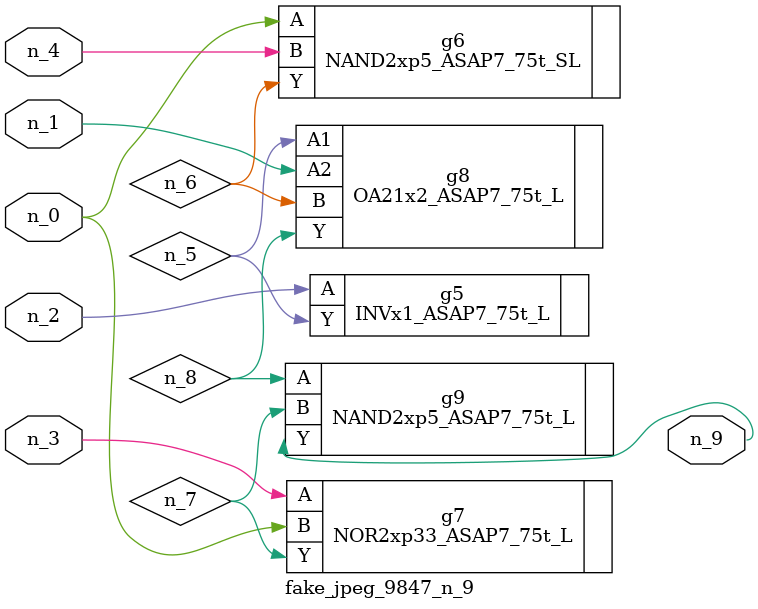
<source format=v>
module fake_jpeg_9847_n_9 (n_3, n_2, n_1, n_0, n_4, n_9);

input n_3;
input n_2;
input n_1;
input n_0;
input n_4;

output n_9;

wire n_8;
wire n_6;
wire n_5;
wire n_7;

INVx1_ASAP7_75t_L g5 ( 
.A(n_2),
.Y(n_5)
);

NAND2xp5_ASAP7_75t_SL g6 ( 
.A(n_0),
.B(n_4),
.Y(n_6)
);

NOR2xp33_ASAP7_75t_L g7 ( 
.A(n_3),
.B(n_0),
.Y(n_7)
);

OA21x2_ASAP7_75t_L g8 ( 
.A1(n_5),
.A2(n_1),
.B(n_6),
.Y(n_8)
);

NAND2xp5_ASAP7_75t_L g9 ( 
.A(n_8),
.B(n_7),
.Y(n_9)
);


endmodule
</source>
